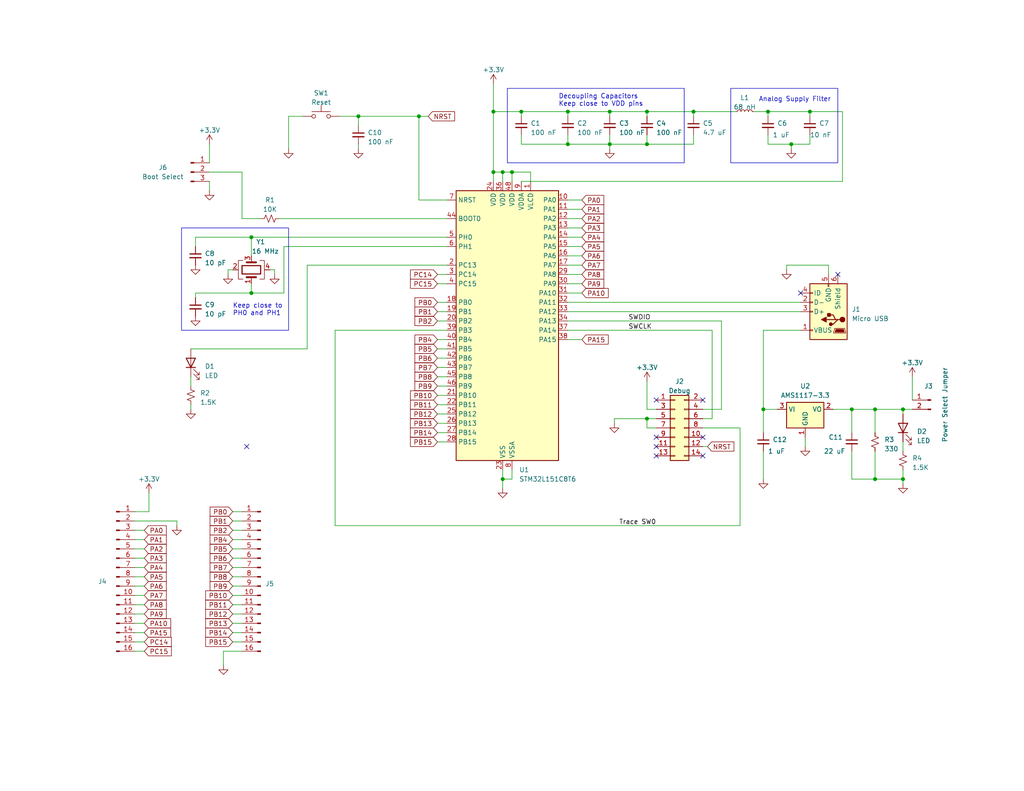
<source format=kicad_sch>
(kicad_sch (version 20230121) (generator eeschema)
  (paper "USLetter")
  (title_block (title "Wireless Sensor CPU Board") (date "2023-06-17") (rev "2") (company "NSE Labs"))
  (lib_symbols
    (symbol "Connector:Conn_01x02_Pin" (pin_names (offset 1.016) hide)
      (property "Reference" "J" (at 0 2.54 0))
      (property "Value" "Conn_01x02_Pin" (at 0 -5.08 0))
      (symbol "Conn_01x02_Pin_1_1"
        (polyline (pts (xy 1.27 -2.54) (xy 0.8636 -2.54)) (stroke (width 0.1524)))
        (polyline (pts (xy 1.27 0) (xy 0.8636 0)) (stroke (width 0.1524)))
        (rectangle (start 0.8636 -2.413) (end 0 -2.667) (stroke (width 0.1524)) (fill (type outline)))
        (rectangle (start 0.8636 0.127) (end 0 -0.127) (stroke (width 0.1524)) (fill (type outline)))
        (pin passive line (at 5.08 0 180) (length 3.81) (name "Pin_1") (number "1"))
        (pin passive line (at 5.08 -2.54 180) (length 3.81) (name "Pin_2") (number "2"))
      )
    )
    (symbol "Connector:Conn_01x03_Pin" (pin_names (offset 1.016) hide)
      (property "Reference" "J" (at 0 5.08 0))
      (property "Value" "Conn_01x03_Pin" (at 0 -5.08 0))
      (symbol "Conn_01x03_Pin_1_1"
        (polyline (pts (xy 1.27 -2.54) (xy 0.8636 -2.54)) (stroke (width 0.1524)))
        (polyline (pts (xy 1.27 0) (xy 0.8636 0)) (stroke (width 0.1524)))
        (polyline (pts (xy 1.27 2.54) (xy 0.8636 2.54)) (stroke (width 0.1524)))
        (rectangle (start 0.8636 -2.413) (end 0 -2.667) (stroke (width 0.1524)) (fill (type outline)))
        (rectangle (start 0.8636 0.127) (end 0 -0.127) (stroke (width 0.1524)) (fill (type outline)))
        (rectangle (start 0.8636 2.667) (end 0 2.413) (stroke (width 0.1524)) (fill (type outline)))
        (pin passive line (at 5.08 2.54 180) (length 3.81) (name "Pin_1") (number "1"))
        (pin passive line (at 5.08 0 180) (length 3.81) (name "Pin_2") (number "2"))
        (pin passive line (at 5.08 -2.54 180) (length 3.81) (name "Pin_3") (number "3"))
      )
    )
    (symbol "Connector:Conn_01x16_Pin" (pin_names (offset 1.016) hide)
      (property "Reference" "J" (at 0 20.32 0))
      (property "Value" "Conn_01x16_Pin" (at 0 -22.86 0))
      (symbol "Conn_01x16_Pin_1_1"
        (polyline (pts (xy 1.27 -20.32) (xy 0.8636 -20.32)) (stroke (width 0.1524)))
        (polyline (pts (xy 1.27 -17.78) (xy 0.8636 -17.78)) (stroke (width 0.1524)))
        (polyline (pts (xy 1.27 -15.24) (xy 0.8636 -15.24)) (stroke (width 0.1524)))
        (polyline (pts (xy 1.27 -12.7) (xy 0.8636 -12.7)) (stroke (width 0.1524)))
        (polyline (pts (xy 1.27 -10.16) (xy 0.8636 -10.16)) (stroke (width 0.1524)))
        (polyline (pts (xy 1.27 -7.62) (xy 0.8636 -7.62)) (stroke (width 0.1524)))
        (polyline (pts (xy 1.27 -5.08) (xy 0.8636 -5.08)) (stroke (width 0.1524)))
        (polyline (pts (xy 1.27 -2.54) (xy 0.8636 -2.54)) (stroke (width 0.1524)))
        (polyline (pts (xy 1.27 0) (xy 0.8636 0)) (stroke (width 0.1524)))
        (polyline (pts (xy 1.27 2.54) (xy 0.8636 2.54)) (stroke (width 0.1524)))
        (polyline (pts (xy 1.27 5.08) (xy 0.8636 5.08)) (stroke (width 0.1524)))
        (polyline (pts (xy 1.27 7.62) (xy 0.8636 7.62)) (stroke (width 0.1524)))
        (polyline (pts (xy 1.27 10.16) (xy 0.8636 10.16)) (stroke (width 0.1524)))
        (polyline (pts (xy 1.27 12.7) (xy 0.8636 12.7)) (stroke (width 0.1524)))
        (polyline (pts (xy 1.27 15.24) (xy 0.8636 15.24)) (stroke (width 0.1524)))
        (polyline (pts (xy 1.27 17.78) (xy 0.8636 17.78)) (stroke (width 0.1524)))
        (rectangle (start 0.8636 -20.193) (end 0 -20.447) (stroke (width 0.1524)) (fill (type outline)))
        (rectangle (start 0.8636 -17.653) (end 0 -17.907) (stroke (width 0.1524)) (fill (type outline)))
        (rectangle (start 0.8636 -15.113) (end 0 -15.367) (stroke (width 0.1524)) (fill (type outline)))
        (rectangle (start 0.8636 -12.573) (end 0 -12.827) (stroke (width 0.1524)) (fill (type outline)))
        (rectangle (start 0.8636 -10.033) (end 0 -10.287) (stroke (width 0.1524)) (fill (type outline)))
        (rectangle (start 0.8636 -7.493) (end 0 -7.747) (stroke (width 0.1524)) (fill (type outline)))
        (rectangle (start 0.8636 -4.953) (end 0 -5.207) (stroke (width 0.1524)) (fill (type outline)))
        (rectangle (start 0.8636 -2.413) (end 0 -2.667) (stroke (width 0.1524)) (fill (type outline)))
        (rectangle (start 0.8636 0.127) (end 0 -0.127) (stroke (width 0.1524)) (fill (type outline)))
        (rectangle (start 0.8636 2.667) (end 0 2.413) (stroke (width 0.1524)) (fill (type outline)))
        (rectangle (start 0.8636 5.207) (end 0 4.953) (stroke (width 0.1524)) (fill (type outline)))
        (rectangle (start 0.8636 7.747) (end 0 7.493) (stroke (width 0.1524)) (fill (type outline)))
        (rectangle (start 0.8636 10.287) (end 0 10.033) (stroke (width 0.1524)) (fill (type outline)))
        (rectangle (start 0.8636 12.827) (end 0 12.573) (stroke (width 0.1524)) (fill (type outline)))
        (rectangle (start 0.8636 15.367) (end 0 15.113) (stroke (width 0.1524)) (fill (type outline)))
        (rectangle (start 0.8636 17.907) (end 0 17.653) (stroke (width 0.1524)) (fill (type outline)))
        (pin passive line (at 5.08 17.78 180) (length 3.81) (name "Pin_1") (number "1"))
        (pin passive line (at 5.08 -5.08 180) (length 3.81) (name "Pin_10") (number "10"))
        (pin passive line (at 5.08 -7.62 180) (length 3.81) (name "Pin_11") (number "11"))
        (pin passive line (at 5.08 -10.16 180) (length 3.81) (name "Pin_12") (number "12"))
        (pin passive line (at 5.08 -12.7 180) (length 3.81) (name "Pin_13") (number "13"))
        (pin passive line (at 5.08 -15.24 180) (length 3.81) (name "Pin_14") (number "14"))
        (pin passive line (at 5.08 -17.78 180) (length 3.81) (name "Pin_15") (number "15"))
        (pin passive line (at 5.08 -20.32 180) (length 3.81) (name "Pin_16") (number "16"))
        (pin passive line (at 5.08 15.24 180) (length 3.81) (name "Pin_2") (number "2"))
        (pin passive line (at 5.08 12.7 180) (length 3.81) (name "Pin_3") (number "3"))
        (pin passive line (at 5.08 10.16 180) (length 3.81) (name "Pin_4") (number "4"))
        (pin passive line (at 5.08 7.62 180) (length 3.81) (name "Pin_5") (number "5"))
        (pin passive line (at 5.08 5.08 180) (length 3.81) (name "Pin_6") (number "6"))
        (pin passive line (at 5.08 2.54 180) (length 3.81) (name "Pin_7") (number "7"))
        (pin passive line (at 5.08 0 180) (length 3.81) (name "Pin_8") (number "8"))
        (pin passive line (at 5.08 -2.54 180) (length 3.81) (name "Pin_9") (number "9"))
      )
    )
    (symbol "Connector:USB_B_Micro" (pin_names (offset 1.016))
      (property "Reference" "J" (at -5.08 11.43 0))
      (property "Value" "USB_B_Micro" (at -5.08 8.89 0))
      (symbol "USB_B_Micro_0_1"
        (rectangle (start -5.08 -7.62) (end 5.08 7.62) (stroke (width 0.254)) (fill (type background)))
        (circle (center -3.81 2.159) (radius 0.635) (stroke (width 0.254)) (fill (type outline)))
        (circle (center -0.635 3.429) (radius 0.381) (stroke (width 0.254)) (fill (type outline)))
        (rectangle (start -0.127 -7.62) (end 0.127 -6.858))
        (polyline (pts (xy -1.905 2.159) (xy 0.635 2.159)) (stroke (width 0.254)))
        (polyline (pts (xy -3.175 2.159) (xy -2.54 2.159) (xy -1.27 3.429) (xy -0.635 3.429)) (stroke (width 0.254)))
        (polyline (pts (xy -2.54 2.159) (xy -1.905 2.159) (xy -1.27 0.889) (xy 0 0.889)) (stroke (width 0.254)))
        (polyline (pts (xy 0.635 2.794) (xy 0.635 1.524) (xy 1.905 2.159) (xy 0.635 2.794)) (stroke (width 0.254)) (fill (type outline)))
        (polyline (pts (xy -4.318 5.588) (xy -1.778 5.588) (xy -2.032 4.826) (xy -4.064 4.826) (xy -4.318 5.588)) (fill (type outline)))
        (polyline (pts (xy -4.699 5.842) (xy -4.699 5.588) (xy -4.445 4.826) (xy -4.445 4.572) (xy -1.651 4.572) (xy -1.651 4.826) (xy -1.397 5.588) (xy -1.397 5.842) (xy -4.699 5.842)))
        (rectangle (start 0.254 1.27) (end -0.508 0.508) (stroke (width 0.254)) (fill (type outline)))
        (rectangle (start 5.08 -5.207) (end 4.318 -4.953))
        (rectangle (start 5.08 -2.667) (end 4.318 -2.413))
        (rectangle (start 5.08 -0.127) (end 4.318 0.127))
        (rectangle (start 5.08 4.953) (end 4.318 5.207))
      )
      (symbol "USB_B_Micro_1_1"
        (pin power_out line (at 7.62 5.08 180) (length 2.54) (name "VBUS") (number "1"))
        (pin bidirectional line (at 7.62 -2.54 180) (length 2.54) (name "D-") (number "2"))
        (pin bidirectional line (at 7.62 0 180) (length 2.54) (name "D+") (number "3"))
        (pin passive line (at 7.62 -5.08 180) (length 2.54) (name "ID") (number "4"))
        (pin power_out line (at 0 -10.16 90) (length 2.54) (name "GND") (number "5"))
        (pin passive line (at -2.54 -10.16 90) (length 2.54) (name "Shield") (number "6"))
      )
    )
    (symbol "Connector_Generic:Conn_02x07_Odd_Even" (pin_names (offset 1.016) hide)
      (property "Reference" "J" (at 1.27 10.16 0))
      (property "Value" "Conn_02x07_Odd_Even" (at 1.27 -10.16 0))
      (symbol "Conn_02x07_Odd_Even_1_1"
        (rectangle (start -1.27 -7.493) (end 0 -7.747) (stroke (width 0.1524)))
        (rectangle (start -1.27 -4.953) (end 0 -5.207) (stroke (width 0.1524)))
        (rectangle (start -1.27 -2.413) (end 0 -2.667) (stroke (width 0.1524)))
        (rectangle (start -1.27 0.127) (end 0 -0.127) (stroke (width 0.1524)))
        (rectangle (start -1.27 2.667) (end 0 2.413) (stroke (width 0.1524)))
        (rectangle (start -1.27 5.207) (end 0 4.953) (stroke (width 0.1524)))
        (rectangle (start -1.27 7.747) (end 0 7.493) (stroke (width 0.1524)))
        (rectangle (start -1.27 8.89) (end 3.81 -8.89) (stroke (width 0.254)) (fill (type background)))
        (rectangle (start 3.81 -7.493) (end 2.54 -7.747) (stroke (width 0.1524)))
        (rectangle (start 3.81 -4.953) (end 2.54 -5.207) (stroke (width 0.1524)))
        (rectangle (start 3.81 -2.413) (end 2.54 -2.667) (stroke (width 0.1524)))
        (rectangle (start 3.81 0.127) (end 2.54 -0.127) (stroke (width 0.1524)))
        (rectangle (start 3.81 2.667) (end 2.54 2.413) (stroke (width 0.1524)))
        (rectangle (start 3.81 5.207) (end 2.54 4.953) (stroke (width 0.1524)))
        (rectangle (start 3.81 7.747) (end 2.54 7.493) (stroke (width 0.1524)))
        (pin passive line (at -5.08 7.62 0) (length 3.81) (name "Pin_1") (number "1"))
        (pin passive line (at 7.62 -2.54 180) (length 3.81) (name "Pin_10") (number "10"))
        (pin passive line (at -5.08 -5.08 0) (length 3.81) (name "Pin_11") (number "11"))
        (pin passive line (at 7.62 -5.08 180) (length 3.81) (name "Pin_12") (number "12"))
        (pin passive line (at -5.08 -7.62 0) (length 3.81) (name "Pin_13") (number "13"))
        (pin passive line (at 7.62 -7.62 180) (length 3.81) (name "Pin_14") (number "14"))
        (pin passive line (at 7.62 7.62 180) (length 3.81) (name "Pin_2") (number "2"))
        (pin passive line (at -5.08 5.08 0) (length 3.81) (name "Pin_3") (number "3"))
        (pin passive line (at 7.62 5.08 180) (length 3.81) (name "Pin_4") (number "4"))
        (pin passive line (at -5.08 2.54 0) (length 3.81) (name "Pin_5") (number "5"))
        (pin passive line (at 7.62 2.54 180) (length 3.81) (name "Pin_6") (number "6"))
        (pin passive line (at -5.08 0 0) (length 3.81) (name "Pin_7") (number "7"))
        (pin passive line (at 7.62 0 180) (length 3.81) (name "Pin_8") (number "8"))
        (pin passive line (at -5.08 -2.54 0) (length 3.81) (name "Pin_9") (number "9"))
      )
    )
    (symbol "Device:C_Small" (pin_numbers hide) (pin_names (offset 0.254) hide)
      (property "Reference" "C" (at 0.254 1.778 0))
      (property "Value" "C_Small" (at 0.254 -2.032 0))
      (symbol "C_Small_0_1"
        (polyline (pts (xy -1.524 -0.508) (xy 1.524 -0.508)) (stroke (width 0.3302)))
        (polyline (pts (xy -1.524 0.508) (xy 1.524 0.508)) (stroke (width 0.3048)))
      )
      (symbol "C_Small_1_1"
        (pin passive line (at 0 2.54 270) (length 2.032) (name "~") (number "1"))
        (pin passive line (at 0 -2.54 90) (length 2.032) (name "~") (number "2"))
      )
    )
    (symbol "Device:Crystal_GND24" (pin_names (offset 1.016) hide)
      (property "Reference" "Y" (at 3.175 5.08 0))
      (property "Value" "Crystal_GND24" (at 3.175 3.175 0))
      (symbol "Crystal_GND24_0_1"
        (rectangle (start -1.143 2.54) (end 1.143 -2.54) (stroke (width 0.3048)))
        (polyline (pts (xy -2.54 0) (xy -2.032 0)))
        (polyline (pts (xy -2.032 -1.27) (xy -2.032 1.27)) (stroke (width 0.508)))
        (polyline (pts (xy 0 -3.81) (xy 0 -3.556)))
        (polyline (pts (xy 0 3.556) (xy 0 3.81)))
        (polyline (pts (xy 2.032 -1.27) (xy 2.032 1.27)) (stroke (width 0.508)))
        (polyline (pts (xy 2.032 0) (xy 2.54 0)))
        (polyline (pts (xy -2.54 -2.286) (xy -2.54 -3.556) (xy 2.54 -3.556) (xy 2.54 -2.286)))
        (polyline (pts (xy -2.54 2.286) (xy -2.54 3.556) (xy 2.54 3.556) (xy 2.54 2.286)))
      )
      (symbol "Crystal_GND24_1_1"
        (pin passive line (at -3.81 0 0) (length 1.27) (name "1") (number "1"))
        (pin passive line (at 0 5.08 270) (length 1.27) (name "2") (number "2"))
        (pin passive line (at 3.81 0 180) (length 1.27) (name "3") (number "3"))
        (pin passive line (at 0 -5.08 90) (length 1.27) (name "4") (number "4"))
      )
    )
    (symbol "Device:LED" (pin_numbers hide) (pin_names (offset 1.016) hide)
      (property "Reference" "D" (at 0 2.54 0))
      (property "Value" "LED" (at 0 -2.54 0))
      (symbol "LED_0_1"
        (polyline (pts (xy -1.27 -1.27) (xy -1.27 1.27)) (stroke (width 0.254)))
        (polyline (pts (xy -1.27 0) (xy 1.27 0)))
        (polyline (pts (xy 1.27 -1.27) (xy 1.27 1.27) (xy -1.27 0) (xy 1.27 -1.27)) (stroke (width 0.254)))
        (polyline (pts (xy -3.048 -0.762) (xy -4.572 -2.286) (xy -3.81 -2.286) (xy -4.572 -2.286) (xy -4.572 -1.524)))
        (polyline (pts (xy -1.778 -0.762) (xy -3.302 -2.286) (xy -2.54 -2.286) (xy -3.302 -2.286) (xy -3.302 -1.524)))
      )
      (symbol "LED_1_1"
        (pin passive line (at -3.81 0 0) (length 2.54) (name "K") (number "1"))
        (pin passive line (at 3.81 0 180) (length 2.54) (name "A") (number "2"))
      )
    )
    (symbol "Device:L_Small" (pin_numbers hide) (pin_names (offset 0.254) hide)
      (property "Reference" "L" (at 0.762 1.016 0))
      (property "Value" "L_Small" (at 0.762 -1.016 0))
      (symbol "L_Small_0_1"
        (arc (start 0 -2.032) (mid 0.5058 -1.524) (end 0 -1.016))
        (arc (start 0 -1.016) (mid 0.5058 -0.508) (end 0 0))
        (arc (start 0 0) (mid 0.5058 0.508) (end 0 1.016))
        (arc (start 0 1.016) (mid 0.5058 1.524) (end 0 2.032))
      )
      (symbol "L_Small_1_1"
        (pin passive line (at 0 2.54 270) (length 0.508) (name "~") (number "1"))
        (pin passive line (at 0 -2.54 90) (length 0.508) (name "~") (number "2"))
      )
    )
    (symbol "Device:R_Small_US" (pin_numbers hide) (pin_names (offset 0.254) hide)
      (property "Reference" "R" (at 0.762 0.508 0))
      (property "Value" "R_Small_US" (at 0.762 -1.016 0))
      (symbol "R_Small_US_1_1"
        (polyline (pts (xy 0 0) (xy 1.016 -0.381) (xy 0 -0.762) (xy -1.016 -1.143) (xy 0 -1.524)))
        (polyline (pts (xy 0 1.524) (xy 1.016 1.143) (xy 0 0.762) (xy -1.016 0.381) (xy 0 0)))
        (pin passive line (at 0 2.54 270) (length 1.016) (name "~") (number "1"))
        (pin passive line (at 0 -2.54 90) (length 1.016) (name "~") (number "2"))
      )
    )
    (symbol "MCU_ST_STM32L1:STM32L151C8Tx"
      (property "Reference" "U" (at -12.7 39.37 0))
      (property "Value" "STM32L151C8Tx" (at 10.16 39.37 0))
      (symbol "STM32L151C8Tx_0_1"
        (rectangle (start -12.7 -35.56) (end 15.24 38.1) (stroke (width 0.254)) (fill (type background)))
      )
      (symbol "STM32L151C8Tx_1_1"
        (pin power_in line (at 7.62 40.64 270) (length 2.54) (name "VLCD") (number "1"))
        (pin bidirectional line (at 17.78 35.56 180) (length 2.54) (name "PA0") (number "10"))
        (pin bidirectional line (at 17.78 33.02 180) (length 2.54) (name "PA1") (number "11"))
        (pin bidirectional line (at 17.78 30.48 180) (length 2.54) (name "PA2") (number "12"))
        (pin bidirectional line (at 17.78 27.94 180) (length 2.54) (name "PA3") (number "13"))
        (pin bidirectional line (at 17.78 25.4 180) (length 2.54) (name "PA4") (number "14"))
        (pin bidirectional line (at 17.78 22.86 180) (length 2.54) (name "PA5") (number "15"))
        (pin bidirectional line (at 17.78 20.32 180) (length 2.54) (name "PA6") (number "16"))
        (pin bidirectional line (at 17.78 17.78 180) (length 2.54) (name "PA7") (number "17"))
        (pin bidirectional line (at -15.24 7.62 0) (length 2.54) (name "PB0") (number "18"))
        (pin bidirectional line (at -15.24 5.08 0) (length 2.54) (name "PB1") (number "19"))
        (pin bidirectional line (at -15.24 17.78 0) (length 2.54) (name "PC13") (number "2"))
        (pin bidirectional line (at -15.24 2.54 0) (length 2.54) (name "PB2") (number "20"))
        (pin bidirectional line (at -15.24 -17.78 0) (length 2.54) (name "PB10") (number "21"))
        (pin bidirectional line (at -15.24 -20.32 0) (length 2.54) (name "PB11") (number "22"))
        (pin power_in line (at 0 -38.1 90) (length 2.54) (name "VSS") (number "23"))
        (pin power_in line (at -2.54 40.64 270) (length 2.54) (name "VDD") (number "24"))
        (pin bidirectional line (at -15.24 -22.86 0) (length 2.54) (name "PB12") (number "25"))
        (pin bidirectional line (at -15.24 -25.4 0) (length 2.54) (name "PB13") (number "26"))
        (pin bidirectional line (at -15.24 -27.94 0) (length 2.54) (name "PB14") (number "27"))
        (pin bidirectional line (at -15.24 -30.48 0) (length 2.54) (name "PB15") (number "28"))
        (pin bidirectional line (at 17.78 15.24 180) (length 2.54) (name "PA8") (number "29"))
        (pin bidirectional line (at -15.24 15.24 0) (length 2.54) (name "PC14") (number "3"))
        (pin bidirectional line (at 17.78 12.7 180) (length 2.54) (name "PA9") (number "30"))
        (pin bidirectional line (at 17.78 10.16 180) (length 2.54) (name "PA10") (number "31"))
        (pin bidirectional line (at 17.78 7.62 180) (length 2.54) (name "PA11") (number "32"))
        (pin bidirectional line (at 17.78 5.08 180) (length 2.54) (name "PA12") (number "33"))
        (pin bidirectional line (at 17.78 2.54 180) (length 2.54) (name "PA13") (number "34"))
        (pin passive line (at 0 -38.1 90) (length 2.54) hide (name "VSS") (number "35"))
        (pin power_in line (at 0 40.64 270) (length 2.54) (name "VDD") (number "36"))
        (pin bidirectional line (at 17.78 0 180) (length 2.54) (name "PA14") (number "37"))
        (pin bidirectional line (at 17.78 -2.54 180) (length 2.54) (name "PA15") (number "38"))
        (pin bidirectional line (at -15.24 0 0) (length 2.54) (name "PB3") (number "39"))
        (pin bidirectional line (at -15.24 12.7 0) (length 2.54) (name "PC15") (number "4"))
        (pin bidirectional line (at -15.24 -2.54 0) (length 2.54) (name "PB4") (number "40"))
        (pin bidirectional line (at -15.24 -5.08 0) (length 2.54) (name "PB5") (number "41"))
        (pin bidirectional line (at -15.24 -7.62 0) (length 2.54) (name "PB6") (number "42"))
        (pin bidirectional line (at -15.24 -10.16 0) (length 2.54) (name "PB7") (number "43"))
        (pin input line (at -15.24 30.48 0) (length 2.54) (name "BOOT0") (number "44"))
        (pin bidirectional line (at -15.24 -12.7 0) (length 2.54) (name "PB8") (number "45"))
        (pin bidirectional line (at -15.24 -15.24 0) (length 2.54) (name "PB9") (number "46"))
        (pin passive line (at 0 -38.1 90) (length 2.54) hide (name "VSS") (number "47"))
        (pin power_in line (at 2.54 40.64 270) (length 2.54) (name "VDD") (number "48"))
        (pin bidirectional line (at -15.24 25.4 0) (length 2.54) (name "PH0") (number "5"))
        (pin bidirectional line (at -15.24 22.86 0) (length 2.54) (name "PH1") (number "6"))
        (pin input line (at -15.24 35.56 0) (length 2.54) (name "NRST") (number "7"))
        (pin power_in line (at 2.54 -38.1 90) (length 2.54) (name "VSSA") (number "8"))
        (pin power_in line (at 5.08 40.64 270) (length 2.54) (name "VDDA") (number "9"))
      )
    )
    (symbol "Regulator_Linear:AMS1117-3.3"
      (property "Reference" "U" (at -3.81 3.175 0))
      (property "Value" "AMS1117-3.3" (at 0 3.175 0))
      (symbol "AMS1117-3.3_0_1"
        (rectangle (start -5.08 -5.08) (end 5.08 1.905) (stroke (width 0.254)) (fill (type background)))
      )
      (symbol "AMS1117-3.3_1_1"
        (pin power_in line (at 0 -7.62 90) (length 2.54) (name "GND") (number "1"))
        (pin power_out line (at 7.62 0 180) (length 2.54) (name "VO") (number "2"))
        (pin power_in line (at -7.62 0 0) (length 2.54) (name "VI") (number "3"))
      )
    )
    (symbol "Switch:SW_Push" (pin_numbers hide) (pin_names (offset 1.016) hide)
      (property "Reference" "SW" (at 1.27 2.54 0))
      (property "Value" "SW_Push" (at 0 -1.524 0))
      (symbol "SW_Push_0_1"
        (circle (center -2.032 0) (radius 0.508))
        (polyline (pts (xy 0 1.27) (xy 0 3.048)))
        (polyline (pts (xy 2.54 1.27) (xy -2.54 1.27)))
        (circle (center 2.032 0) (radius 0.508))
        (pin passive line (at -5.08 0 0) (length 2.54) (name "1") (number "1"))
        (pin passive line (at 5.08 0 180) (length 2.54) (name "2") (number "2"))
      )
    )
    (symbol "power:+3.3V" (power) (pin_names (offset 0))
      (property "Value" "+3.3V" (at 0 3.556 0))
      (symbol "+3.3V_0_1"
        (polyline (pts (xy -0.762 1.27) (xy 0 2.54)))
        (polyline (pts (xy 0 0) (xy 0 2.54)))
        (polyline (pts (xy 0 2.54) (xy 0.762 1.27)))
      )
      (symbol "+3.3V_1_1"
        (pin power_in line (at 0 0 90) (length 0) hide (name "+3.3V") (number "1"))
      )
    )
    (symbol "power:GND" (power) (pin_names (offset 0))
      (property "Value" "GND" (at 0 -3.81 0))
      (symbol "GND_0_1"
        (polyline (pts (xy 0 0) (xy 0 -1.27) (xy 1.27 -1.27) (xy 0 -2.54) (xy -1.27 -1.27) (xy 0 -1.27)))
      )
      (symbol "GND_1_1"
        (pin power_in line (at 0 0 270) (length 0) hide (name "GND") (number "1"))
      )
    )
  )
  (junction (at 68.58 64.77))
  (junction (at 246.38 111.76))
  (junction (at 134.62 46.99))
  (junction (at 238.76 130.81))
  (junction (at 137.16 130.81))
  (junction (at 114.3 31.75))
  (junction (at 68.58 80.01))
  (junction (at 97.79 31.75))
  (junction (at 166.37 30.48))
  (junction (at 137.16 46.99))
  (junction (at 176.53 114.3))
  (junction (at 154.94 30.48))
  (junction (at 176.53 39.37))
  (junction (at 166.37 39.37))
  (junction (at 232.41 111.76))
  (junction (at 246.38 130.81))
  (junction (at 209.55 30.48))
  (junction (at 220.98 30.48))
  (junction (at 176.53 30.48))
  (junction (at 154.94 39.37))
  (junction (at 142.24 30.48))
  (junction (at 215.9 39.37))
  (junction (at 189.23 30.48))
  (junction (at 208.28 111.76))
  (junction (at 139.7 46.99))
  (junction (at 134.62 30.48))
  (junction (at 238.76 111.76))
  (no_connect (at 218.44 80.01))
  (no_connect (at 191.77 124.46))
  (no_connect (at 179.07 109.22))
  (no_connect (at 179.07 119.38))
  (no_connect (at 179.07 124.46))
  (no_connect (at 179.07 121.92))
  (no_connect (at 191.77 119.38))
  (no_connect (at 228.6 74.93))
  (no_connect (at 67.31 121.92))
  (no_connect (at 191.77 109.22))
  (wire (pts (xy 191.77 121.92) (xy 193.04 121.92)))
  (wire (pts (xy 119.38 74.93) (xy 121.92 74.93)))
  (wire (pts (xy 52.07 102.87) (xy 52.07 105.41)))
  (wire (pts (xy 63.5 73.66) (xy 62.23 73.66)))
  (wire (pts (xy 176.53 30.48) (xy 176.53 31.75)))
  (wire (pts (xy 57.15 46.99) (xy 66.04 46.99)))
  (wire (pts (xy 63.5 142.24) (xy 66.04 142.24)))
  (wire (pts (xy 97.79 31.75) (xy 97.79 34.29)))
  (wire (pts (xy 226.06 72.39) (xy 226.06 74.93)))
  (wire (pts (xy 214.63 72.39) (xy 226.06 72.39)))
  (wire (pts (xy 119.38 110.49) (xy 121.92 110.49)))
  (wire (pts (xy 36.83 160.02) (xy 39.37 160.02)))
  (wire (pts (xy 139.7 46.99) (xy 144.78 46.99)))
  (wire (pts (xy 154.94 62.23) (xy 158.75 62.23)))
  (wire (pts (xy 66.04 177.8) (xy 60.96 177.8)))
  (wire (pts (xy 36.83 149.86) (xy 39.37 149.86)))
  (wire (pts (xy 63.5 157.48) (xy 66.04 157.48)))
  (wire (pts (xy 119.38 120.65) (xy 121.92 120.65)))
  (wire (pts (xy 36.83 162.56) (xy 39.37 162.56)))
  (wire (pts (xy 63.5 172.72) (xy 66.04 172.72)))
  (wire (pts (xy 215.9 39.37) (xy 220.98 39.37)))
  (wire (pts (xy 238.76 111.76) (xy 246.38 111.76)))
  (wire (pts (xy 166.37 36.83) (xy 166.37 39.37)))
  (wire (pts (xy 66.04 59.69) (xy 71.12 59.69)))
  (wire (pts (xy 68.58 64.77) (xy 121.92 64.77)))
  (wire (pts (xy 36.83 157.48) (xy 39.37 157.48)))
  (wire (pts (xy 78.74 31.75) (xy 78.74 40.64)))
  (wire (pts (xy 119.38 107.95) (xy 121.92 107.95)))
  (wire (pts (xy 154.94 80.01) (xy 158.75 80.01)))
  (wire (pts (xy 119.38 105.41) (xy 121.92 105.41)))
  (wire (pts (xy 36.83 147.32) (xy 39.37 147.32)))
  (wire (pts (xy 142.24 49.53) (xy 229.87 49.53)))
  (wire (pts (xy 134.62 30.48) (xy 134.62 46.99)))
  (wire (pts (xy 137.16 46.99) (xy 139.7 46.99)))
  (wire (pts (xy 91.44 90.17) (xy 91.44 143.51)))
  (wire (pts (xy 73.66 73.66) (xy 74.93 73.66)))
  (wire (pts (xy 121.92 54.61) (xy 114.3 54.61)))
  (wire (pts (xy 119.38 95.25) (xy 121.92 95.25)))
  (wire (pts (xy 36.83 175.26) (xy 39.37 175.26)))
  (wire (pts (xy 68.58 69.85) (xy 68.58 64.77)))
  (wire (pts (xy 154.94 72.39) (xy 158.75 72.39)))
  (wire (pts (xy 57.15 49.53) (xy 57.15 52.07)))
  (wire (pts (xy 83.82 72.39) (xy 83.82 95.25)))
  (wire (pts (xy 63.5 152.4) (xy 66.04 152.4)))
  (wire (pts (xy 119.38 113.03) (xy 121.92 113.03)))
  (wire (pts (xy 209.55 36.83) (xy 209.55 39.37)))
  (wire (pts (xy 176.53 30.48) (xy 189.23 30.48)))
  (wire (pts (xy 114.3 31.75) (xy 97.79 31.75)))
  (wire (pts (xy 215.9 39.37) (xy 215.9 40.64)))
  (wire (pts (xy 63.5 154.94) (xy 66.04 154.94)))
  (wire (pts (xy 63.5 160.02) (xy 66.04 160.02)))
  (wire (pts (xy 63.5 139.7) (xy 66.04 139.7)))
  (wire (pts (xy 154.94 90.17) (xy 194.31 90.17)))
  (wire (pts (xy 248.92 102.87) (xy 248.92 109.22)))
  (wire (pts (xy 142.24 39.37) (xy 154.94 39.37)))
  (wire (pts (xy 57.15 39.37) (xy 57.15 44.45)))
  (wire (pts (xy 220.98 30.48) (xy 220.98 31.75)))
  (wire (pts (xy 137.16 130.81) (xy 137.16 133.35)))
  (wire (pts (xy 246.38 128.27) (xy 246.38 130.81)))
  (wire (pts (xy 53.34 64.77) (xy 68.58 64.77)))
  (wire (pts (xy 232.41 130.81) (xy 238.76 130.81)))
  (wire (pts (xy 154.94 39.37) (xy 166.37 39.37)))
  (wire (pts (xy 176.53 114.3) (xy 176.53 116.84)))
  (wire (pts (xy 176.53 36.83) (xy 176.53 39.37)))
  (wire (pts (xy 63.5 144.78) (xy 66.04 144.78)))
  (wire (pts (xy 214.63 73.66) (xy 214.63 72.39)))
  (wire (pts (xy 137.16 128.27) (xy 137.16 130.81)))
  (wire (pts (xy 176.53 111.76) (xy 179.07 111.76)))
  (wire (pts (xy 205.74 30.48) (xy 209.55 30.48)))
  (wire (pts (xy 36.83 152.4) (xy 39.37 152.4)))
  (wire (pts (xy 119.38 87.63) (xy 121.92 87.63)))
  (wire (pts (xy 91.44 90.17) (xy 121.92 90.17)))
  (wire (pts (xy 246.38 120.65) (xy 246.38 123.19)))
  (wire (pts (xy 92.71 31.75) (xy 97.79 31.75)))
  (wire (pts (xy 154.94 87.63) (xy 196.85 87.63)))
  (wire (pts (xy 191.77 114.3) (xy 194.31 114.3)))
  (wire (pts (xy 166.37 39.37) (xy 176.53 39.37)))
  (wire (pts (xy 137.16 130.81) (xy 139.7 130.81)))
  (wire (pts (xy 191.77 111.76) (xy 196.85 111.76)))
  (wire (pts (xy 154.94 64.77) (xy 158.75 64.77)))
  (wire (pts (xy 208.28 123.19) (xy 208.28 130.81)))
  (wire (pts (xy 154.94 77.47) (xy 158.75 77.47)))
  (wire (pts (xy 227.33 111.76) (xy 232.41 111.76)))
  (wire (pts (xy 232.41 111.76) (xy 232.41 118.11)))
  (wire (pts (xy 63.5 147.32) (xy 66.04 147.32)))
  (wire (pts (xy 134.62 22.86) (xy 134.62 30.48)))
  (wire (pts (xy 232.41 123.19) (xy 232.41 130.81)))
  (wire (pts (xy 63.5 167.64) (xy 66.04 167.64)))
  (wire (pts (xy 66.04 46.99) (xy 66.04 59.69)))
  (wire (pts (xy 201.93 143.51) (xy 201.93 116.84)))
  (wire (pts (xy 142.24 30.48) (xy 154.94 30.48)))
  (wire (pts (xy 82.55 31.75) (xy 78.74 31.75)))
  (wire (pts (xy 119.38 97.79) (xy 121.92 97.79)))
  (wire (pts (xy 36.83 167.64) (xy 39.37 167.64)))
  (wire (pts (xy 74.93 74.93) (xy 74.93 73.66)))
  (wire (pts (xy 167.64 114.3) (xy 176.53 114.3)))
  (wire (pts (xy 119.38 92.71) (xy 121.92 92.71)))
  (wire (pts (xy 63.5 149.86) (xy 66.04 149.86)))
  (wire (pts (xy 209.55 39.37) (xy 215.9 39.37)))
  (wire (pts (xy 68.58 77.47) (xy 68.58 80.01)))
  (wire (pts (xy 134.62 30.48) (xy 142.24 30.48)))
  (wire (pts (xy 220.98 30.48) (xy 229.87 30.48)))
  (wire (pts (xy 238.76 111.76) (xy 238.76 118.11)))
  (wire (pts (xy 208.28 111.76) (xy 208.28 118.11)))
  (wire (pts (xy 219.71 119.38) (xy 219.71 121.92)))
  (wire (pts (xy 154.94 36.83) (xy 154.94 39.37)))
  (wire (pts (xy 144.78 46.99) (xy 144.78 49.53)))
  (wire (pts (xy 77.47 80.01) (xy 68.58 80.01)))
  (wire (pts (xy 220.98 36.83) (xy 220.98 39.37)))
  (wire (pts (xy 40.64 139.7) (xy 40.64 134.62)))
  (wire (pts (xy 139.7 128.27) (xy 139.7 130.81)))
  (wire (pts (xy 63.5 170.18) (xy 66.04 170.18)))
  (wire (pts (xy 36.83 154.94) (xy 39.37 154.94)))
  (wire (pts (xy 119.38 85.09) (xy 121.92 85.09)))
  (wire (pts (xy 189.23 30.48) (xy 189.23 31.75)))
  (wire (pts (xy 176.53 39.37) (xy 189.23 39.37)))
  (wire (pts (xy 167.64 115.57) (xy 167.64 114.3)))
  (wire (pts (xy 119.38 118.11) (xy 121.92 118.11)))
  (wire (pts (xy 36.83 177.8) (xy 39.37 177.8)))
  (wire (pts (xy 154.94 67.31) (xy 158.75 67.31)))
  (wire (pts (xy 114.3 54.61) (xy 114.3 31.75)))
  (wire (pts (xy 36.83 172.72) (xy 39.37 172.72)))
  (wire (pts (xy 154.94 30.48) (xy 154.94 31.75)))
  (wire (pts (xy 246.38 130.81) (xy 246.38 132.08)))
  (wire (pts (xy 119.38 77.47) (xy 121.92 77.47)))
  (wire (pts (xy 189.23 36.83) (xy 189.23 39.37)))
  (wire (pts (xy 189.23 30.48) (xy 200.66 30.48)))
  (wire (pts (xy 36.83 170.18) (xy 39.37 170.18)))
  (wire (pts (xy 119.38 82.55) (xy 121.92 82.55)))
  (wire (pts (xy 119.38 115.57) (xy 121.92 115.57)))
  (wire (pts (xy 154.94 57.15) (xy 158.75 57.15)))
  (wire (pts (xy 238.76 123.19) (xy 238.76 130.81)))
  (wire (pts (xy 229.87 30.48) (xy 229.87 49.53)))
  (wire (pts (xy 154.94 59.69) (xy 158.75 59.69)))
  (wire (pts (xy 53.34 67.31) (xy 53.34 64.77)))
  (wire (pts (xy 52.07 95.25) (xy 83.82 95.25)))
  (wire (pts (xy 196.85 87.63) (xy 196.85 111.76)))
  (wire (pts (xy 154.94 85.09) (xy 218.44 85.09)))
  (wire (pts (xy 232.41 111.76) (xy 238.76 111.76)))
  (wire (pts (xy 209.55 30.48) (xy 209.55 31.75)))
  (wire (pts (xy 246.38 111.76) (xy 248.92 111.76)))
  (wire (pts (xy 154.94 74.93) (xy 158.75 74.93)))
  (wire (pts (xy 36.83 142.24) (xy 48.26 142.24)))
  (wire (pts (xy 68.58 80.01) (xy 53.34 80.01)))
  (wire (pts (xy 121.92 67.31) (xy 77.47 67.31)))
  (wire (pts (xy 139.7 49.53) (xy 139.7 46.99)))
  (wire (pts (xy 166.37 30.48) (xy 166.37 31.75)))
  (wire (pts (xy 238.76 130.81) (xy 246.38 130.81)))
  (wire (pts (xy 36.83 144.78) (xy 39.37 144.78)))
  (wire (pts (xy 134.62 46.99) (xy 137.16 46.99)))
  (wire (pts (xy 114.3 31.75) (xy 116.84 31.75)))
  (wire (pts (xy 166.37 30.48) (xy 176.53 30.48)))
  (wire (pts (xy 191.77 116.84) (xy 201.93 116.84)))
  (wire (pts (xy 176.53 114.3) (xy 179.07 114.3)))
  (wire (pts (xy 154.94 82.55) (xy 218.44 82.55)))
  (wire (pts (xy 208.28 111.76) (xy 208.28 90.17)))
  (wire (pts (xy 209.55 30.48) (xy 220.98 30.48)))
  (wire (pts (xy 76.2 59.69) (xy 121.92 59.69)))
  (wire (pts (xy 154.94 54.61) (xy 158.75 54.61)))
  (wire (pts (xy 166.37 39.37) (xy 166.37 40.64)))
  (wire (pts (xy 119.38 102.87) (xy 121.92 102.87)))
  (wire (pts (xy 208.28 90.17) (xy 218.44 90.17)))
  (wire (pts (xy 176.53 104.14) (xy 176.53 111.76)))
  (wire (pts (xy 137.16 49.53) (xy 137.16 46.99)))
  (wire (pts (xy 97.79 39.37) (xy 97.79 40.64)))
  (wire (pts (xy 36.83 139.7) (xy 40.64 139.7)))
  (wire (pts (xy 53.34 80.01) (xy 53.34 81.28)))
  (wire (pts (xy 142.24 30.48) (xy 142.24 31.75)))
  (wire (pts (xy 91.44 143.51) (xy 201.93 143.51)))
  (wire (pts (xy 63.5 162.56) (xy 66.04 162.56)))
  (wire (pts (xy 52.07 110.49) (xy 52.07 111.76)))
  (wire (pts (xy 63.5 175.26) (xy 66.04 175.26)))
  (wire (pts (xy 212.09 111.76) (xy 208.28 111.76)))
  (wire (pts (xy 48.26 142.24) (xy 48.26 143.51)))
  (wire (pts (xy 134.62 46.99) (xy 134.62 49.53)))
  (wire (pts (xy 154.94 69.85) (xy 158.75 69.85)))
  (wire (pts (xy 36.83 165.1) (xy 39.37 165.1)))
  (wire (pts (xy 63.5 165.1) (xy 66.04 165.1)))
  (wire (pts (xy 179.07 116.84) (xy 176.53 116.84)))
  (wire (pts (xy 154.94 30.48) (xy 166.37 30.48)))
  (wire (pts (xy 77.47 67.31) (xy 77.47 80.01)))
  (wire (pts (xy 62.23 73.66) (xy 62.23 74.93)))
  (wire (pts (xy 121.92 72.39) (xy 83.82 72.39)))
  (wire (pts (xy 246.38 111.76) (xy 246.38 113.03)))
  (wire (pts (xy 154.94 92.71) (xy 158.75 92.71)))
  (wire (pts (xy 142.24 36.83) (xy 142.24 39.37)))
  (wire (pts (xy 119.38 100.33) (xy 121.92 100.33)))
  (wire (pts (xy 194.31 90.17) (xy 194.31 114.3)))
  (wire (pts (xy 60.96 177.8) (xy 60.96 181.61)))
  (rectangle (start 138.43 24.13) (end 186.69 44.45))
  (rectangle (start 49.53 62.23) (end 78.74 90.17))
  (rectangle (start 199.39 24.13) (end 228.6 44.45))
  (text "Keep close to \nPH0 and PH1" (at 63.5 86.36 0) (effects (font (size 1.27 1.27)) (justify left bottom)))
  (text "Analog Supply Filter" (at 207.01 27.94 0) (effects (font (size 1.27 1.27)) (justify left bottom)))
  (text "Decoupling Capacitors\nKeep close to VDD pins" (at 152.4 29.21 0) (effects (font (size 1.27 1.27)) (justify left bottom)))
  (label "SWCLK" (at 171.45 90.17 0))
  (label "Trace SW0" (at 168.91 143.51 0))
  (label "SWDIO" (at 171.45 87.63 0))
  (global_label "PB12" (shape input) (at 63.5 167.64 180) (property "Intersheetrefs" "${INTERSHEET_REFS}" (effects hide)))
  (global_label "PB1" (shape input) (at 119.38 85.09 180) (property "Intersheetrefs" "${INTERSHEET_REFS}" (effects hide)))
  (global_label "PA3" (shape input) (at 158.75 62.23 0) (property "Intersheetrefs" "${INTERSHEET_REFS}" (effects hide)))
  (global_label "PA4" (shape input) (at 158.75 64.77 0) (property "Intersheetrefs" "${INTERSHEET_REFS}" (effects hide)))
  (global_label "PB5" (shape input) (at 119.38 95.25 180) (property "Intersheetrefs" "${INTERSHEET_REFS}" (effects hide)))
  (global_label "PB9" (shape input) (at 119.38 105.41 180) (property "Intersheetrefs" "${INTERSHEET_REFS}" (effects hide)))
  (global_label "PB1" (shape input) (at 63.5 142.24 180) (property "Intersheetrefs" "${INTERSHEET_REFS}" (effects hide)))
  (global_label "PB12" (shape input) (at 119.38 113.03 180) (property "Intersheetrefs" "${INTERSHEET_REFS}" (effects hide)))
  (global_label "NRST" (shape input) (at 116.84 31.75 0) (property "Intersheetrefs" "${INTERSHEET_REFS}" (effects hide)))
  (global_label "PB5" (shape input) (at 63.5 149.86 180) (property "Intersheetrefs" "${INTERSHEET_REFS}" (effects hide)))
  (global_label "PB8" (shape input) (at 119.38 102.87 180) (property "Intersheetrefs" "${INTERSHEET_REFS}" (effects hide)))
  (global_label "PB0" (shape input) (at 119.38 82.55 180) (property "Intersheetrefs" "${INTERSHEET_REFS}" (effects hide)))
  (global_label "PB11" (shape input) (at 119.38 110.49 180) (property "Intersheetrefs" "${INTERSHEET_REFS}" (effects hide)))
  (global_label "PA0" (shape input) (at 39.37 144.78 0) (property "Intersheetrefs" "${INTERSHEET_REFS}" (effects hide)))
  (global_label "PA9" (shape input) (at 158.75 77.47 0) (property "Intersheetrefs" "${INTERSHEET_REFS}" (effects hide)))
  (global_label "PB6" (shape input) (at 63.5 152.4 180) (property "Intersheetrefs" "${INTERSHEET_REFS}" (effects hide)))
  (global_label "PA1" (shape input) (at 158.75 57.15 0) (property "Intersheetrefs" "${INTERSHEET_REFS}" (effects hide)))
  (global_label "PA15" (shape input) (at 39.37 172.72 0) (property "Intersheetrefs" "${INTERSHEET_REFS}" (effects hide)))
  (global_label "PC14" (shape input) (at 39.37 175.26 0) (property "Intersheetrefs" "${INTERSHEET_REFS}" (effects hide)))
  (global_label "PA5" (shape input) (at 158.75 67.31 0) (property "Intersheetrefs" "${INTERSHEET_REFS}" (effects hide)))
  (global_label "PB10" (shape input) (at 63.5 162.56 180) (property "Intersheetrefs" "${INTERSHEET_REFS}" (effects hide)))
  (global_label "PB2" (shape input) (at 119.38 87.63 180) (property "Intersheetrefs" "${INTERSHEET_REFS}" (effects hide)))
  (global_label "PA10" (shape input) (at 39.37 170.18 0) (property "Intersheetrefs" "${INTERSHEET_REFS}" (effects hide)))
  (global_label "PA15" (shape input) (at 158.75 92.71 0) (property "Intersheetrefs" "${INTERSHEET_REFS}" (effects hide)))
  (global_label "PA3" (shape input) (at 39.37 152.4 0) (property "Intersheetrefs" "${INTERSHEET_REFS}" (effects hide)))
  (global_label "PA1" (shape input) (at 39.37 147.32 0) (property "Intersheetrefs" "${INTERSHEET_REFS}" (effects hide)))
  (global_label "PB14" (shape input) (at 119.38 118.11 180) (property "Intersheetrefs" "${INTERSHEET_REFS}" (effects hide)))
  (global_label "PC15" (shape input) (at 119.38 77.47 180) (property "Intersheetrefs" "${INTERSHEET_REFS}" (effects hide)))
  (global_label "PA5" (shape input) (at 39.37 157.48 0) (property "Intersheetrefs" "${INTERSHEET_REFS}" (effects hide)))
  (global_label "PB15" (shape input) (at 63.5 175.26 180) (property "Intersheetrefs" "${INTERSHEET_REFS}" (effects hide)))
  (global_label "PB4" (shape input) (at 63.5 147.32 180) (property "Intersheetrefs" "${INTERSHEET_REFS}" (effects hide)))
  (global_label "PB0" (shape input) (at 63.5 139.7 180) (property "Intersheetrefs" "${INTERSHEET_REFS}" (effects hide)))
  (global_label "PA8" (shape input) (at 158.75 74.93 0) (property "Intersheetrefs" "${INTERSHEET_REFS}" (effects hide)))
  (global_label "PA8" (shape input) (at 39.37 165.1 0) (property "Intersheetrefs" "${INTERSHEET_REFS}" (effects hide)))
  (global_label "PB2" (shape input) (at 63.5 144.78 180) (property "Intersheetrefs" "${INTERSHEET_REFS}" (effects hide)))
  (global_label "PA4" (shape input) (at 39.37 154.94 0) (property "Intersheetrefs" "${INTERSHEET_REFS}" (effects hide)))
  (global_label "PB15" (shape input) (at 119.38 120.65 180) (property "Intersheetrefs" "${INTERSHEET_REFS}" (effects hide)))
  (global_label "NRST" (shape input) (at 193.04 121.92 0) (property "Intersheetrefs" "${INTERSHEET_REFS}" (effects hide)))
  (global_label "PB11" (shape input) (at 63.5 165.1 180) (property "Intersheetrefs" "${INTERSHEET_REFS}" (effects hide)))
  (global_label "PA10" (shape input) (at 158.75 80.01 0) (property "Intersheetrefs" "${INTERSHEET_REFS}" (effects hide)))
  (global_label "PA2" (shape input) (at 39.37 149.86 0) (property "Intersheetrefs" "${INTERSHEET_REFS}" (effects hide)))
  (global_label "PB13" (shape input) (at 119.38 115.57 180) (property "Intersheetrefs" "${INTERSHEET_REFS}" (effects hide)))
  (global_label "PA7" (shape input) (at 39.37 162.56 0) (property "Intersheetrefs" "${INTERSHEET_REFS}" (effects hide)))
  (global_label "PC14" (shape input) (at 119.38 74.93 180) (property "Intersheetrefs" "${INTERSHEET_REFS}" (effects hide)))
  (global_label "PA6" (shape input) (at 39.37 160.02 0) (property "Intersheetrefs" "${INTERSHEET_REFS}" (effects hide)))
  (global_label "PA7" (shape input) (at 158.75 72.39 0) (property "Intersheetrefs" "${INTERSHEET_REFS}" (effects hide)))
  (global_label "PA2" (shape input) (at 158.75 59.69 0) (property "Intersheetrefs" "${INTERSHEET_REFS}" (effects hide)))
  (global_label "PB13" (shape input) (at 63.5 170.18 180) (property "Intersheetrefs" "${INTERSHEET_REFS}" (effects hide)))
  (global_label "PB4" (shape input) (at 119.38 92.71 180) (property "Intersheetrefs" "${INTERSHEET_REFS}" (effects hide)))
  (global_label "PB9" (shape input) (at 63.5 160.02 180) (property "Intersheetrefs" "${INTERSHEET_REFS}" (effects hide)))
  (global_label "PB7" (shape input) (at 63.5 154.94 180) (property "Intersheetrefs" "${INTERSHEET_REFS}" (effects hide)))
  (global_label "PC15" (shape input) (at 39.37 177.8 0) (property "Intersheetrefs" "${INTERSHEET_REFS}" (effects hide)))
  (global_label "PA6" (shape input) (at 158.75 69.85 0) (property "Intersheetrefs" "${INTERSHEET_REFS}" (effects hide)))
  (global_label "PB6" (shape input) (at 119.38 97.79 180) (property "Intersheetrefs" "${INTERSHEET_REFS}" (effects hide)))
  (global_label "PA9" (shape input) (at 39.37 167.64 0) (property "Intersheetrefs" "${INTERSHEET_REFS}" (effects hide)))
  (global_label "PB10" (shape input) (at 119.38 107.95 180) (property "Intersheetrefs" "${INTERSHEET_REFS}" (effects hide)))
  (global_label "PB14" (shape input) (at 63.5 172.72 180) (property "Intersheetrefs" "${INTERSHEET_REFS}" (effects hide)))
  (global_label "PB7" (shape input) (at 119.38 100.33 180) (property "Intersheetrefs" "${INTERSHEET_REFS}" (effects hide)))
  (global_label "PA0" (shape input) (at 158.75 54.61 0) (property "Intersheetrefs" "${INTERSHEET_REFS}" (effects hide)))
  (global_label "PB8" (shape input) (at 63.5 157.48 180) (property "Intersheetrefs" "${INTERSHEET_REFS}" (effects hide)))
  (symbol (lib_id "Device:C_Small") (at 166.37 34.29 0) (unit 1)
    (property "Reference" "C3" (at 168.91 33.6613 0) (effects (justify left)))
    (property "Value" "100 nF" (at 168.91 36.2013 0) (effects (justify left)))
  )
  (symbol (lib_id "Device:R_Small_US") (at 238.76 120.65 0) (unit 1)
    (property "Reference" "R3" (at 241.3 120.015 0) (effects (justify left)))
    (property "Value" "330" (at 241.3 122.555 0) (effects (justify left)))
  )
  (symbol (lib_id "power:GND") (at 60.96 181.61 0) (unit 1)
    (property "Reference" "#PWR022" (effects hide))
    (property "Value" "GND" (effects hide))
  )
  (symbol (lib_id "power:+3.3V") (at 248.92 102.87 0) (unit 1)
    (property "Reference" "#PWR018" (effects hide))
    (property "Value" "+3.3V" (at 248.92 99.06 0))
  )
  (symbol (lib_id "Connector:Conn_01x16_Pin") (at 31.75 157.48 0) (unit 1)
    (property "Reference" "J4" (at 27.94 158.75 0))
    (property "Value" "Conn_01x16_Pin" (effects hide))
  )
  (symbol (lib_id "power:GND") (at 52.07 111.76 0) (unit 1)
    (property "Reference" "#PWR011" (effects hide))
    (property "Value" "GND" (effects hide))
  )
  (symbol (lib_id "power:+3.3V") (at 176.53 104.14 0) (unit 1)
    (property "Reference" "#PWR015" (effects hide))
    (property "Value" "+3.3V" (at 176.53 100.33 0))
  )
  (symbol (lib_id "power:GND") (at 137.16 133.35 0) (unit 1)
    (property "Reference" "#PWR01" (effects hide))
    (property "Value" "GND" (effects hide))
  )
  (symbol (lib_id "power:GND") (at 62.23 74.93 0) (unit 1)
    (property "Reference" "#PWR08" (effects hide))
    (property "Value" "GND" (effects hide))
  )
  (symbol (lib_id "Connector:Conn_01x16_Pin") (at 71.12 157.48 0) (mirror y) (unit 1)
    (property "Reference" "J5" (at 72.39 159.385 0) (effects (justify right)))
    (property "Value" "Conn_01x16_Pin" (effects hide))
  )
  (symbol (lib_id "Switch:SW_Push") (at 87.63 31.75 0) (unit 1)
    (property "Reference" "SW1" (at 87.63 25.4 0))
    (property "Value" "Reset" (at 87.63 27.94 0))
  )
  (symbol (lib_id "power:GND") (at 78.74 40.64 0) (unit 1)
    (property "Reference" "#PWR013" (effects hide))
    (property "Value" "GND" (effects hide))
  )
  (symbol (lib_id "Device:C_Small") (at 176.53 34.29 0) (unit 1)
    (property "Reference" "C4" (at 179.07 33.6613 0) (effects (justify left)))
    (property "Value" "100 nF" (at 179.07 36.2013 0) (effects (justify left)))
  )
  (symbol (lib_id "Device:R_Small_US") (at 73.66 59.69 90) (unit 1)
    (property "Reference" "R1" (at 73.66 54.61 90))
    (property "Value" "10K" (at 73.66 57.15 90))
  )
  (symbol (lib_id "power:+3.3V") (at 57.15 39.37 0) (unit 1)
    (property "Reference" "#PWR05" (effects hide))
    (property "Value" "+3.3V" (at 57.15 35.56 0))
  )
  (symbol (lib_id "power:GND") (at 166.37 40.64 0) (unit 1)
    (property "Reference" "#PWR06" (effects hide))
    (property "Value" "GND" (effects hide))
  )
  (symbol (lib_id "power:GND") (at 53.34 86.36 0) (unit 1)
    (property "Reference" "#PWR010" (effects hide))
    (property "Value" "GND" (effects hide))
  )
  (symbol (lib_id "Device:LED") (at 246.38 116.84 90) (unit 1)
    (property "Reference" "D2" (at 250.19 117.7925 90) (effects (justify right)))
    (property "Value" "LED" (at 250.19 120.3325 90) (effects (justify right)))
  )
  (symbol (lib_id "power:GND") (at 208.28 130.81 0) (unit 1)
    (property "Reference" "#PWR023" (effects hide))
    (property "Value" "GND" (effects hide))
  )
  (symbol (lib_id "power:GND") (at 97.79 40.64 0) (unit 1)
    (property "Reference" "#PWR012" (effects hide))
    (property "Value" "GND" (effects hide))
  )
  (symbol (lib_id "power:GND") (at 53.34 72.39 0) (unit 1)
    (property "Reference" "#PWR09" (effects hide))
    (property "Value" "GND" (effects hide))
  )
  (symbol (lib_id "Device:C_Small") (at 53.34 83.82 0) (unit 1)
    (property "Reference" "C9" (at 55.88 83.1913 0) (effects (justify left)))
    (property "Value" "10 pF" (at 55.88 85.7313 0) (effects (justify left)))
  )
  (symbol (lib_id "Device:C_Small") (at 154.94 34.29 0) (unit 1)
    (property "Reference" "C2" (at 157.48 33.6613 0) (effects (justify left)))
    (property "Value" "100 nF" (at 157.48 36.2013 0) (effects (justify left)))
  )
  (symbol (lib_id "Device:LED") (at 52.07 99.06 90) (unit 1)
    (property "Reference" "D1" (at 55.88 100.0125 90) (effects (justify right)))
    (property "Value" "LED" (at 55.88 102.5525 90) (effects (justify right)))
  )
  (symbol (lib_id "power:GND") (at 219.71 121.92 0) (unit 1)
    (property "Reference" "#PWR017" (effects hide))
    (property "Value" "GND" (effects hide))
  )
  (symbol (lib_id "Connector:USB_B_Micro") (at 226.06 85.09 180) (unit 1)
    (property "Reference" "J1" (at 232.41 84.455 0) (effects (justify right)))
    (property "Value" "Micro USB" (at 232.41 86.995 0) (effects (justify right)))
  )
  (symbol (lib_id "power:+3.3V") (at 40.64 134.62 0) (unit 1)
    (property "Reference" "#PWR020" (effects hide))
    (property "Value" "+3.3V" (at 40.64 130.81 0))
  )
  (symbol (lib_id "power:GND") (at 246.38 132.08 0) (unit 1)
    (property "Reference" "#PWR019" (effects hide))
    (property "Value" "GND" (effects hide))
  )
  (symbol (lib_id "Device:C_Small") (at 97.79 36.83 0) (unit 1)
    (property "Reference" "C10" (at 100.33 36.2013 0) (effects (justify left)))
    (property "Value" "100 nF" (at 100.33 38.7413 0) (effects (justify left)))
  )
  (symbol (lib_id "power:+3.3V") (at 134.62 22.86 0) (unit 1)
    (property "Reference" "#PWR02" (effects hide))
    (property "Value" "+3.3V" (at 134.62 19.05 0))
  )
  (symbol (lib_id "Connector_Generic:Conn_02x07_Odd_Even") (at 184.15 116.84 0) (unit 1)
    (property "Reference" "J2" (at 185.42 104.14 0))
    (property "Value" "Debug" (at 185.42 106.68 0))
  )
  (symbol (lib_id "power:GND") (at 215.9 40.64 0) (unit 1)
    (property "Reference" "#PWR07" (effects hide))
    (property "Value" "GND" (effects hide))
  )
  (symbol (lib_id "Device:C_Small") (at 220.98 34.29 0) (unit 1)
    (property "Reference" "C7" (at 223.52 33.6613 0) (effects (justify left)))
    (property "Value" "10 nF" (at 220.98 36.83 0) (effects (justify left)))
  )
  (symbol (lib_id "Regulator_Linear:AMS1117-3.3") (at 219.71 111.76 0) (unit 1)
    (property "Reference" "U2" (at 219.71 105.41 0))
    (property "Value" "AMS1117-3.3" (at 219.71 107.95 0))
    (property "Footprint" "Package_TO_SOT_SMD:SOT-223-3_TabPin2" (effects hide))
    (property "Datasheet" "http://www.advanced-monolithic.com/pdf/ds1117.pdf" (effects hide))
  )
  (symbol (lib_id "Device:C_Small") (at 209.55 34.29 0) (unit 1)
    (property "Reference" "C6" (at 212.09 33.6613 0) (effects (justify left)))
    (property "Value" "1 uF" (at 210.82 36.83 0) (effects (justify left)))
  )
  (symbol (lib_id "power:GND") (at 167.64 115.57 0) (unit 1)
    (property "Reference" "#PWR016" (effects hide))
    (property "Value" "GND" (effects hide))
  )
  (symbol (lib_id "Device:Crystal_GND24") (at 68.58 73.66 90) (unit 1)
    (property "Reference" "Y1" (at 71.12 66.04 90))
    (property "Value" "16 MHz" (at 72.39 68.58 90))
  )
  (symbol (lib_id "Device:C_Small") (at 53.34 69.85 0) (unit 1)
    (property "Reference" "C8" (at 55.88 69.2213 0) (effects (justify left)))
    (property "Value" "10 pF" (at 55.88 71.7613 0) (effects (justify left)))
  )
  (symbol (lib_id "Device:C_Small") (at 142.24 34.29 0) (unit 1)
    (property "Reference" "C1" (at 144.78 33.6613 0) (effects (justify left)))
    (property "Value" "100 nF" (at 144.78 36.2013 0) (effects (justify left)))
  )
  (symbol (lib_id "power:GND") (at 57.15 52.07 0) (unit 1)
    (property "Reference" "#PWR04" (effects hide))
    (property "Value" "GND" (effects hide))
  )
  (symbol (lib_id "Connector:Conn_01x03_Pin") (at 52.07 46.99 0) (unit 1)
    (property "Reference" "J6" (at 44.45 45.72 0))
    (property "Value" "Boot Select" (at 44.45 48.26 0))
  )
  (symbol (lib_id "Device:R_Small_US") (at 246.38 125.73 0) (unit 1)
    (property "Reference" "R4" (at 248.92 125.095 0) (effects (justify left)))
    (property "Value" "1.5K" (at 248.92 127.635 0) (effects (justify left)))
  )
  (symbol (lib_id "power:GND") (at 48.26 143.51 0) (unit 1)
    (property "Reference" "#PWR021" (effects hide))
    (property "Value" "GND" (effects hide))
  )
  (symbol (lib_id "power:GND") (at 74.93 74.93 0) (unit 1)
    (property "Reference" "#PWR03" (effects hide))
    (property "Value" "GND" (effects hide))
  )
  (symbol (lib_id "Device:C_Small") (at 232.41 120.65 0) (unit 1)
    (property "Reference" "C11" (at 226.06 119.38 0) (effects (justify left)))
    (property "Value" "22 uF" (at 224.79 123.19 0) (effects (justify left)))
  )
  (symbol (lib_id "Device:C_Small") (at 189.23 34.29 0) (unit 1)
    (property "Reference" "C5" (at 191.77 33.6613 0) (effects (justify left)))
    (property "Value" "4.7 uF" (at 191.77 36.2013 0) (effects (justify left)))
  )
  (symbol (lib_id "power:GND") (at 214.63 73.66 0) (unit 1)
    (property "Reference" "#PWR014" (effects hide))
    (property "Value" "GND" (effects hide))
  )
  (symbol (lib_id "Device:C_Small") (at 208.28 120.65 0) (unit 1)
    (property "Reference" "C12" (at 210.82 120.0213 0) (effects (justify left)))
    (property "Value" "1 uF" (at 209.55 123.19 0) (effects (justify left)))
  )
  (symbol (lib_id "Device:L_Small") (at 203.2 30.48 90) (unit 1)
    (property "Reference" "L1" (at 203.2 26.67 90))
    (property "Value" "68 nH" (at 203.2 29.21 90))
  )
  (symbol (lib_id "Device:R_Small_US") (at 52.07 107.95 0) (unit 1)
    (property "Reference" "R2" (at 54.61 107.315 0) (effects (justify left)))
    (property "Value" "1.5K" (at 54.61 109.855 0) (effects (justify left)))
  )
  (symbol (lib_id "Connector:Conn_01x02_Pin") (at 254 109.22 0) (mirror y) (unit 1)
    (property "Reference" "J3" (at 253.365 105.41 0))
    (property "Value" "Power Select Jumper" (at 257.81 110.49 90))
  )
  (symbol (lib_id "MCU_ST_STM32L1:STM32L151C8Tx") (at 137.16 90.17 0) (unit 1)
    (property "Reference" "U1" (at 141.6559 128.27 0) (effects (justify left)))
    (property "Value" "STM32L151C8T6" (at 141.6559 130.81 0) (effects (justify left)))
    (property "Footprint" "Package_QFP:LQFP-48_7x7mm_P0.5mm" (effects hide))
    (property "Datasheet" "https://www.st.com/resource/en/datasheet/stm32l151c8.pdf" (effects hide))
  )
)
</source>
